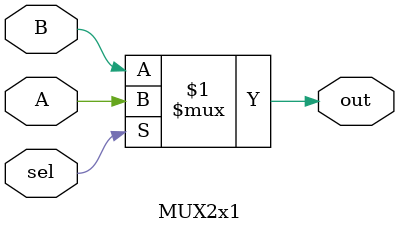
<source format=v>
`timescale 1ns / 1ps

module MUX2x1(
    input A,
    input B,
    input sel,
    output out
    );
    
    assign out = sel?A:B;

    
endmodule

</source>
